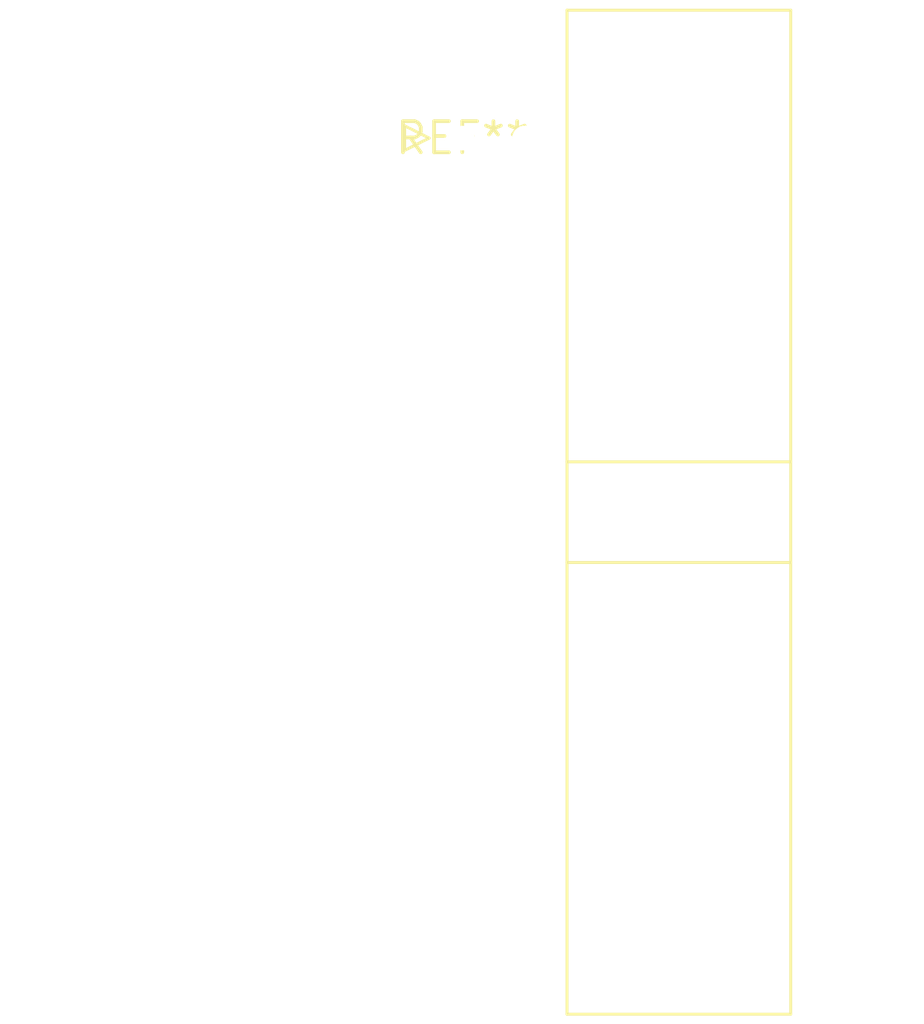
<source format=kicad_pcb>
(kicad_pcb (version 20240108) (generator pcbnew)
  (layers (0 "F.Cu" signal) (31 "B.Cu" signal) (34 "B.Paste" user) (35 "F.Paste" user) (36 "B.SilkS" user "B.Silkscreen") (37 "F.SilkS" user "F.Silkscreen") (38 "B.Mask" user) (39 "F.Mask" user) (44 "Edge.Cuts" user))
  (net 0 "")
  (footprint "IDC-Header_2x13_P2.54mm_Horizontal" (layer "F.Cu") (at 0 0)
    (property "Reference" "REF**")
    (property "Value" "IDC-Header_2x13_P2.54mm_Horizontal")
    (fp_line (start -2.35 -0.5) (end -2.35 0.5) (layer "F.SilkS") (stroke (width 0.12)))
    (fp_line (start -2.35 0.5) (end -1.35 0) (layer "F.SilkS") (stroke (width 0.12)))
    (fp_line (start -1.35 0) (end -2.35 -0.5) (layer "F.SilkS") (stroke (width 0.12)))
    (fp_line (start 4.27 -5.21) (end 13.39 -5.21) (layer "F.SilkS") (stroke (width 0.12)))
    (fp_line (start 4.27 13.19) (end 13.39 13.19) (layer "F.SilkS") (stroke (width 0.12)))
    (fp_line (start 4.27 17.29) (end 13.39 17.29) (layer "F.SilkS") (stroke (width 0.12)))
    (fp_line (start 4.27 35.69) (end 4.27 -5.21) (layer "F.SilkS") (stroke (width 0.12)))
    (fp_line (start 13.39 -5.21) (end 13.39 35.69) (layer "F.SilkS") (stroke (width 0.12)))
    (fp_line (start 13.39 35.69) (end 4.27 35.69) (layer "F.SilkS") (stroke (width 0.12)))
    (pad "1" thru_hole roundrect (at 0 0) (size 1.7 1.7) (drill 1) (layers *.Cu *.Mask) (remove_unused_layers) (roundrect_rratio 0.147059))
    (pad "2" thru_hole circle (at 2.54 0) (size 1.7 1.7) (drill 1) (layers *.Cu *.Mask) (remove_unused_layers))
    (pad "3" thru_hole circle (at 0 2.54) (size 1.7 1.7) (drill 1) (layers *.Cu *.Mask) (remove_unused_layers))
    (pad "4" thru_hole circle (at 2.54 2.54) (size 1.7 1.7) (drill 1) (layers *.Cu *.Mask) (remove_unused_layers))
    (pad "5" thru_hole circle (at 0 5.08) (size 1.7 1.7) (drill 1) (layers *.Cu *.Mask) (remove_unused_layers))
    (pad "6" thru_hole circle (at 2.54 5.08) (size 1.7 1.7) (drill 1) (layers *.Cu *.Mask) (remove_unused_layers))
    (pad "7" thru_hole circle (at 0 7.62) (size 1.7 1.7) (drill 1) (layers *.Cu *.Mask) (remove_unused_layers))
    (pad "8" thru_hole circle (at 2.54 7.62) (size 1.7 1.7) (drill 1) (layers *.Cu *.Mask) (remove_unused_layers))
    (pad "9" thru_hole circle (at 0 10.16) (size 1.7 1.7) (drill 1) (layers *.Cu *.Mask) (remove_unused_layers))
    (pad "10" thru_hole circle (at 2.54 10.16) (size 1.7 1.7) (drill 1) (layers *.Cu *.Mask) (remove_unused_layers))
    (pad "11" thru_hole circle (at 0 12.7) (size 1.7 1.7) (drill 1) (layers *.Cu *.Mask) (remove_unused_layers))
    (pad "12" thru_hole circle (at 2.54 12.7) (size 1.7 1.7) (drill 1) (layers *.Cu *.Mask) (remove_unused_layers))
    (pad "13" thru_hole circle (at 0 15.24) (size 1.7 1.7) (drill 1) (layers *.Cu *.Mask) (remove_unused_layers))
    (pad "14" thru_hole circle (at 2.54 15.24) (size 1.7 1.7) (drill 1) (layers *.Cu *.Mask) (remove_unused_layers))
    (pad "15" thru_hole circle (at 0 17.78) (size 1.7 1.7) (drill 1) (layers *.Cu *.Mask) (remove_unused_layers))
    (pad "16" thru_hole circle (at 2.54 17.78) (size 1.7 1.7) (drill 1) (layers *.Cu *.Mask) (remove_unused_layers))
    (pad "17" thru_hole circle (at 0 20.32) (size 1.7 1.7) (drill 1) (layers *.Cu *.Mask) (remove_unused_layers))
    (pad "18" thru_hole circle (at 2.54 20.32) (size 1.7 1.7) (drill 1) (layers *.Cu *.Mask) (remove_unused_layers))
    (pad "19" thru_hole circle (at 0 22.86) (size 1.7 1.7) (drill 1) (layers *.Cu *.Mask) (remove_unused_layers))
    (pad "20" thru_hole circle (at 2.54 22.86) (size 1.7 1.7) (drill 1) (layers *.Cu *.Mask) (remove_unused_layers))
    (pad "21" thru_hole circle (at 0 25.4) (size 1.7 1.7) (drill 1) (layers *.Cu *.Mask) (remove_unused_layers))
    (pad "22" thru_hole circle (at 2.54 25.4) (size 1.7 1.7) (drill 1) (layers *.Cu *.Mask) (remove_unused_layers))
    (pad "23" thru_hole circle (at 0 27.94) (size 1.7 1.7) (drill 1) (layers *.Cu *.Mask) (remove_unused_layers))
    (pad "24" thru_hole circle (at 2.54 27.94) (size 1.7 1.7) (drill 1) (layers *.Cu *.Mask) (remove_unused_layers))
    (pad "25" thru_hole circle (at 0 30.48) (size 1.7 1.7) (drill 1) (layers *.Cu *.Mask) (remove_unused_layers))
    (pad "26" thru_hole circle (at 2.54 30.48) (size 1.7 1.7) (drill 1) (layers *.Cu *.Mask) (remove_unused_layers))
  )
)
</source>
